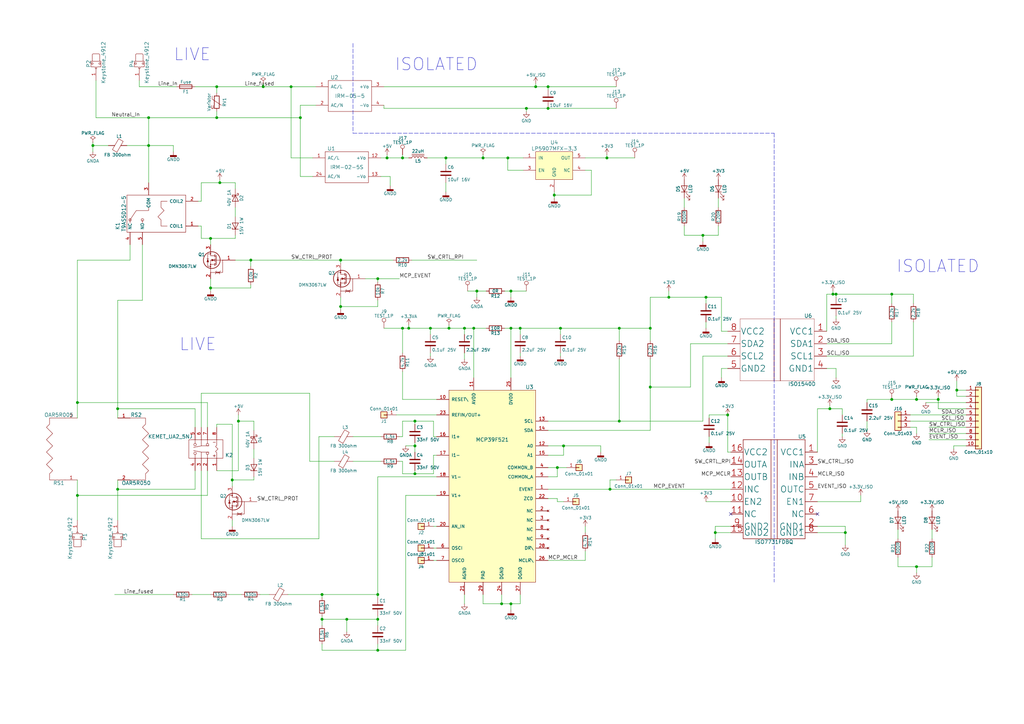
<source format=kicad_sch>
(kicad_sch (version 20201015) (generator eeschema)
  (page 1 1)
  (paper "A3")
  (title_block (title "Power Monitor") (rev "1") (company "Nightmechnic"))
  (junction (at 31.75 165.1) (diameter 1.016))
  (junction (at 31.75 203.2) (diameter 1.016))
  (junction (at 38.1 59.69) (diameter 1.016))
  (junction (at 48.26 167.64) (diameter 1.016))
  (junction (at 48.26 200.66) (diameter 1.016))
  (junction (at 60.96 48.26) (diameter 1.016))
  (junction (at 60.96 59.69) (diameter 1.016))
  (junction (at 86.36 97.79) (diameter 1.016))
  (junction (at 86.36 118.11) (diameter 1.016))
  (junction (at 88.9 35.56) (diameter 1.016))
  (junction (at 88.9 48.26) (diameter 1.016))
  (junction (at 90.17 74.93) (diameter 1.016))
  (junction (at 95.25 196.85) (diameter 1.016))
  (junction (at 97.79 172.72) (diameter 1.016))
  (junction (at 102.87 106.68) (diameter 1.016))
  (junction (at 107.95 35.56) (diameter 1.016))
  (junction (at 119.38 35.56) (diameter 1.016))
  (junction (at 123.19 48.26) (diameter 1.016))
  (junction (at 132.08 243.84) (diameter 1.016))
  (junction (at 132.08 254) (diameter 1.016))
  (junction (at 139.7 106.68) (diameter 1.016))
  (junction (at 139.7 125.73) (diameter 1.016))
  (junction (at 142.24 254) (diameter 1.016))
  (junction (at 154.94 114.3) (diameter 1.016))
  (junction (at 154.94 243.84) (diameter 1.016))
  (junction (at 154.94 254) (diameter 1.016))
  (junction (at 154.94 266.7) (diameter 1.016))
  (junction (at 158.75 64.77) (diameter 1.016))
  (junction (at 165.1 64.77) (diameter 1.016))
  (junction (at 165.1 134.62) (diameter 1.016))
  (junction (at 167.64 134.62) (diameter 1.016))
  (junction (at 170.18 172.72) (diameter 1.016))
  (junction (at 170.18 182.88) (diameter 1.016))
  (junction (at 170.18 194.31) (diameter 1.016))
  (junction (at 176.53 134.62) (diameter 1.016))
  (junction (at 182.88 64.77) (diameter 1.016))
  (junction (at 184.15 134.62) (diameter 1.016))
  (junction (at 190.5 134.62) (diameter 1.016))
  (junction (at 194.31 134.62) (diameter 1.016))
  (junction (at 195.58 119.38) (diameter 1.016))
  (junction (at 198.12 64.77) (diameter 1.016))
  (junction (at 205.74 247.65) (diameter 1.016))
  (junction (at 208.28 64.77) (diameter 1.016))
  (junction (at 209.55 119.38) (diameter 1.016))
  (junction (at 209.55 134.62) (diameter 1.016))
  (junction (at 209.55 247.65) (diameter 1.016))
  (junction (at 213.36 134.62) (diameter 1.016))
  (junction (at 215.9 44.45) (diameter 1.016))
  (junction (at 219.71 35.56) (diameter 1.016))
  (junction (at 224.79 35.56) (diameter 1.016))
  (junction (at 224.79 44.45) (diameter 1.016))
  (junction (at 227.33 80.01) (diameter 1.016))
  (junction (at 228.6 191.77) (diameter 1.016))
  (junction (at 229.87 134.62) (diameter 1.016))
  (junction (at 231.14 182.88) (diameter 1.016))
  (junction (at 248.92 64.77) (diameter 1.016))
  (junction (at 250.19 200.66) (diameter 1.016))
  (junction (at 254 134.62) (diameter 1.016))
  (junction (at 254 172.72) (diameter 1.016))
  (junction (at 266.7 134.62) (diameter 1.016))
  (junction (at 266.7 158.75) (diameter 1.016))
  (junction (at 274.32 121.92) (diameter 1.016))
  (junction (at 288.29 96.52) (diameter 1.016))
  (junction (at 289.56 121.92) (diameter 1.016))
  (junction (at 293.37 218.44) (diameter 1.016))
  (junction (at 298.45 170.18) (diameter 1.016))
  (junction (at 340.36 167.64) (diameter 1.016))
  (junction (at 341.63 120.65) (diameter 1.016))
  (junction (at 342.9 120.65) (diameter 1.016))
  (junction (at 346.71 218.44) (diameter 1.016))
  (junction (at 365.76 120.65) (diameter 1.016))
  (junction (at 365.76 163.83) (diameter 1.016))
  (junction (at 375.92 163.83) (diameter 1.016))
  (junction (at 375.92 232.41) (diameter 1.016))
  (junction (at 384.81 163.83) (diameter 1.016))
  (junction (at 392.43 160.02) (diameter 1.016))
  (no_connect (at 299.72 210.82))
  (no_connect (at 335.28 210.82))
  (wire (pts (xy 31.75 106.68) (xy 31.75 165.1)))
  (wire (pts (xy 31.75 165.1) (xy 31.75 171.45)))
  (wire (pts (xy 31.75 165.1) (xy 85.09 165.1)))
  (wire (pts (xy 31.75 196.85) (xy 31.75 203.2)))
  (wire (pts (xy 31.75 203.2) (xy 31.75 213.36)))
  (wire (pts (xy 38.1 58.42) (xy 38.1 59.69)))
  (wire (pts (xy 38.1 59.69) (xy 38.1 62.23)))
  (wire (pts (xy 39.37 48.26) (xy 39.37 33.02)))
  (wire (pts (xy 39.37 48.26) (xy 60.96 48.26)))
  (wire (pts (xy 44.45 59.69) (xy 38.1 59.69)))
  (wire (pts (xy 48.26 123.19) (xy 48.26 167.64)))
  (wire (pts (xy 48.26 167.64) (xy 48.26 171.45)))
  (wire (pts (xy 48.26 167.64) (xy 80.01 167.64)))
  (wire (pts (xy 48.26 196.85) (xy 48.26 200.66)))
  (wire (pts (xy 48.26 200.66) (xy 48.26 213.36)))
  (wire (pts (xy 52.07 59.69) (xy 60.96 59.69)))
  (wire (pts (xy 53.34 100.33) (xy 53.34 106.68)))
  (wire (pts (xy 53.34 106.68) (xy 31.75 106.68)))
  (wire (pts (xy 57.15 33.02) (xy 57.15 35.56)))
  (wire (pts (xy 57.15 35.56) (xy 72.39 35.56)))
  (wire (pts (xy 58.42 100.33) (xy 58.42 123.19)))
  (wire (pts (xy 58.42 123.19) (xy 48.26 123.19)))
  (wire (pts (xy 60.96 48.26) (xy 60.96 59.69)))
  (wire (pts (xy 60.96 48.26) (xy 88.9 48.26)))
  (wire (pts (xy 60.96 59.69) (xy 60.96 74.93)))
  (wire (pts (xy 60.96 59.69) (xy 71.12 59.69)))
  (wire (pts (xy 71.12 59.69) (xy 71.12 62.23)))
  (wire (pts (xy 71.12 243.84) (xy 46.99 243.84)))
  (wire (pts (xy 78.74 243.84) (xy 86.36 243.84)))
  (wire (pts (xy 80.01 35.56) (xy 88.9 35.56)))
  (wire (pts (xy 80.01 167.64) (xy 80.01 175.26)))
  (wire (pts (xy 80.01 193.04) (xy 80.01 200.66)))
  (wire (pts (xy 80.01 200.66) (xy 48.26 200.66)))
  (wire (pts (xy 81.28 82.55) (xy 82.55 82.55)))
  (wire (pts (xy 82.55 74.93) (xy 90.17 74.93)))
  (wire (pts (xy 82.55 82.55) (xy 82.55 74.93)))
  (wire (pts (xy 82.55 92.71) (xy 81.28 92.71)))
  (wire (pts (xy 82.55 97.79) (xy 82.55 92.71)))
  (wire (pts (xy 82.55 97.79) (xy 86.36 97.79)))
  (wire (pts (xy 82.55 161.29) (xy 127 161.29)))
  (wire (pts (xy 82.55 175.26) (xy 82.55 161.29)))
  (wire (pts (xy 82.55 220.98) (xy 82.55 193.04)))
  (wire (pts (xy 85.09 165.1) (xy 85.09 175.26)))
  (wire (pts (xy 85.09 193.04) (xy 85.09 203.2)))
  (wire (pts (xy 85.09 203.2) (xy 31.75 203.2)))
  (wire (pts (xy 86.36 97.79) (xy 96.52 97.79)))
  (wire (pts (xy 86.36 100.33) (xy 86.36 97.79)))
  (wire (pts (xy 86.36 114.3) (xy 86.36 118.11)))
  (wire (pts (xy 86.36 118.11) (xy 86.36 119.38)))
  (wire (pts (xy 88.9 35.56) (xy 88.9 38.1)))
  (wire (pts (xy 88.9 35.56) (xy 107.95 35.56)))
  (wire (pts (xy 88.9 48.26) (xy 88.9 45.72)))
  (wire (pts (xy 88.9 48.26) (xy 123.19 48.26)))
  (wire (pts (xy 88.9 173.99) (xy 95.25 173.99)))
  (wire (pts (xy 88.9 175.26) (xy 88.9 173.99)))
  (wire (pts (xy 90.17 73.66) (xy 90.17 74.93)))
  (wire (pts (xy 90.17 74.93) (xy 96.52 74.93)))
  (wire (pts (xy 93.98 243.84) (xy 99.06 243.84)))
  (wire (pts (xy 95.25 173.99) (xy 95.25 196.85)))
  (wire (pts (xy 95.25 196.85) (xy 95.25 199.39)))
  (wire (pts (xy 95.25 196.85) (xy 104.14 196.85)))
  (wire (pts (xy 95.25 213.36) (xy 95.25 215.9)))
  (wire (pts (xy 96.52 74.93) (xy 96.52 77.47)))
  (wire (pts (xy 96.52 85.09) (xy 96.52 88.9)))
  (wire (pts (xy 96.52 97.79) (xy 96.52 96.52)))
  (wire (pts (xy 96.52 106.68) (xy 102.87 106.68)))
  (wire (pts (xy 97.79 170.18) (xy 97.79 172.72)))
  (wire (pts (xy 97.79 172.72) (xy 97.79 193.04)))
  (wire (pts (xy 97.79 172.72) (xy 104.14 172.72)))
  (wire (pts (xy 97.79 193.04) (xy 88.9 193.04)))
  (wire (pts (xy 102.87 106.68) (xy 102.87 109.22)))
  (wire (pts (xy 102.87 106.68) (xy 139.7 106.68)))
  (wire (pts (xy 102.87 116.84) (xy 102.87 118.11)))
  (wire (pts (xy 102.87 118.11) (xy 86.36 118.11)))
  (wire (pts (xy 104.14 172.72) (xy 104.14 176.53)))
  (wire (pts (xy 104.14 184.15) (xy 104.14 187.96)))
  (wire (pts (xy 104.14 196.85) (xy 104.14 195.58)))
  (wire (pts (xy 106.68 243.84) (xy 110.49 243.84)))
  (wire (pts (xy 107.95 34.29) (xy 107.95 35.56)))
  (wire (pts (xy 107.95 35.56) (xy 119.38 35.56)))
  (wire (pts (xy 118.11 243.84) (xy 132.08 243.84)))
  (wire (pts (xy 119.38 35.56) (xy 129.54 35.56)))
  (wire (pts (xy 119.38 64.77) (xy 119.38 35.56)))
  (wire (pts (xy 123.19 43.18) (xy 123.19 48.26)))
  (wire (pts (xy 123.19 43.18) (xy 129.54 43.18)))
  (wire (pts (xy 123.19 48.26) (xy 123.19 72.39)))
  (wire (pts (xy 123.19 72.39) (xy 128.27 72.39)))
  (wire (pts (xy 127 161.29) (xy 127 189.23)))
  (wire (pts (xy 127 189.23) (xy 137.16 189.23)))
  (wire (pts (xy 128.27 64.77) (xy 119.38 64.77)))
  (wire (pts (xy 130.81 179.07) (xy 130.81 220.98)))
  (wire (pts (xy 130.81 220.98) (xy 82.55 220.98)))
  (wire (pts (xy 132.08 243.84) (xy 132.08 245.11)))
  (wire (pts (xy 132.08 243.84) (xy 154.94 243.84)))
  (wire (pts (xy 132.08 252.73) (xy 132.08 254)))
  (wire (pts (xy 132.08 254) (xy 132.08 256.54)))
  (wire (pts (xy 132.08 254) (xy 142.24 254)))
  (wire (pts (xy 132.08 264.16) (xy 132.08 266.7)))
  (wire (pts (xy 132.08 266.7) (xy 154.94 266.7)))
  (wire (pts (xy 137.16 179.07) (xy 130.81 179.07)))
  (wire (pts (xy 139.7 106.68) (xy 139.7 107.95)))
  (wire (pts (xy 139.7 106.68) (xy 161.29 106.68)))
  (wire (pts (xy 139.7 121.92) (xy 139.7 125.73)))
  (wire (pts (xy 139.7 125.73) (xy 139.7 127)))
  (wire (pts (xy 139.7 125.73) (xy 154.94 125.73)))
  (wire (pts (xy 142.24 254) (xy 142.24 259.08)))
  (wire (pts (xy 142.24 254) (xy 154.94 254)))
  (wire (pts (xy 144.78 179.07) (xy 156.21 179.07)))
  (wire (pts (xy 144.78 189.23) (xy 156.21 189.23)))
  (wire (pts (xy 149.86 114.3) (xy 154.94 114.3)))
  (wire (pts (xy 154.94 114.3) (xy 154.94 115.57)))
  (wire (pts (xy 154.94 114.3) (xy 163.83 114.3)))
  (wire (pts (xy 154.94 125.73) (xy 154.94 123.19)))
  (wire (pts (xy 154.94 195.58) (xy 154.94 243.84)))
  (wire (pts (xy 154.94 243.84) (xy 154.94 245.11)))
  (wire (pts (xy 154.94 252.73) (xy 154.94 254)))
  (wire (pts (xy 154.94 254) (xy 154.94 256.54)))
  (wire (pts (xy 154.94 266.7) (xy 154.94 264.16)))
  (wire (pts (xy 154.94 266.7) (xy 166.37 266.7)))
  (wire (pts (xy 156.21 64.77) (xy 158.75 64.77)))
  (wire (pts (xy 156.21 72.39) (xy 160.02 72.39)))
  (wire (pts (xy 157.48 35.56) (xy 219.71 35.56)))
  (wire (pts (xy 157.48 44.45) (xy 157.48 43.18)))
  (wire (pts (xy 157.48 44.45) (xy 215.9 44.45)))
  (wire (pts (xy 157.48 134.62) (xy 165.1 134.62)))
  (wire (pts (xy 158.75 64.77) (xy 158.75 63.5)))
  (wire (pts (xy 158.75 64.77) (xy 165.1 64.77)))
  (wire (pts (xy 160.02 72.39) (xy 160.02 76.2)))
  (wire (pts (xy 162.56 170.18) (xy 179.07 170.18)))
  (wire (pts (xy 163.83 179.07) (xy 165.1 179.07)))
  (wire (pts (xy 165.1 63.5) (xy 165.1 64.77)))
  (wire (pts (xy 165.1 64.77) (xy 167.64 64.77)))
  (wire (pts (xy 165.1 134.62) (xy 167.64 134.62)))
  (wire (pts (xy 165.1 144.78) (xy 165.1 134.62)))
  (wire (pts (xy 165.1 152.4) (xy 165.1 163.83)))
  (wire (pts (xy 165.1 163.83) (xy 179.07 163.83)))
  (wire (pts (xy 165.1 172.72) (xy 170.18 172.72)))
  (wire (pts (xy 165.1 179.07) (xy 165.1 172.72)))
  (wire (pts (xy 165.1 189.23) (xy 163.83 189.23)))
  (wire (pts (xy 165.1 194.31) (xy 165.1 189.23)))
  (wire (pts (xy 166.37 182.88) (xy 170.18 182.88)))
  (wire (pts (xy 166.37 203.2) (xy 179.07 203.2)))
  (wire (pts (xy 166.37 266.7) (xy 166.37 203.2)))
  (wire (pts (xy 167.64 133.35) (xy 167.64 134.62)))
  (wire (pts (xy 167.64 134.62) (xy 176.53 134.62)))
  (wire (pts (xy 168.91 106.68) (xy 195.58 106.68)))
  (wire (pts (xy 170.18 172.72) (xy 177.8 172.72)))
  (wire (pts (xy 170.18 173.99) (xy 170.18 172.72)))
  (wire (pts (xy 170.18 181.61) (xy 170.18 182.88)))
  (wire (pts (xy 170.18 182.88) (xy 170.18 185.42)))
  (wire (pts (xy 170.18 193.04) (xy 170.18 194.31)))
  (wire (pts (xy 170.18 194.31) (xy 165.1 194.31)))
  (wire (pts (xy 175.26 64.77) (xy 182.88 64.77)))
  (wire (pts (xy 176.53 134.62) (xy 176.53 137.16)))
  (wire (pts (xy 176.53 134.62) (xy 184.15 134.62)))
  (wire (pts (xy 176.53 144.78) (xy 176.53 146.05)))
  (wire (pts (xy 177.8 172.72) (xy 177.8 179.07)))
  (wire (pts (xy 177.8 179.07) (xy 179.07 179.07)))
  (wire (pts (xy 177.8 186.69) (xy 177.8 194.31)))
  (wire (pts (xy 177.8 194.31) (xy 170.18 194.31)))
  (wire (pts (xy 179.07 186.69) (xy 177.8 186.69)))
  (wire (pts (xy 179.07 195.58) (xy 154.94 195.58)))
  (wire (pts (xy 179.07 215.9) (xy 177.8 215.9)))
  (wire (pts (xy 179.07 224.79) (xy 177.8 224.79)))
  (wire (pts (xy 179.07 229.87) (xy 177.8 229.87)))
  (wire (pts (xy 182.88 64.77) (xy 198.12 64.77)))
  (wire (pts (xy 182.88 67.31) (xy 182.88 64.77)))
  (wire (pts (xy 182.88 74.93) (xy 182.88 78.74)))
  (wire (pts (xy 184.15 133.35) (xy 184.15 134.62)))
  (wire (pts (xy 184.15 134.62) (xy 190.5 134.62)))
  (wire (pts (xy 190.5 134.62) (xy 194.31 134.62)))
  (wire (pts (xy 190.5 137.16) (xy 190.5 134.62)))
  (wire (pts (xy 190.5 144.78) (xy 190.5 147.32)))
  (wire (pts (xy 190.5 243.84) (xy 190.5 247.65)))
  (wire (pts (xy 191.77 119.38) (xy 195.58 119.38)))
  (wire (pts (xy 194.31 134.62) (xy 199.39 134.62)))
  (wire (pts (xy 194.31 154.94) (xy 194.31 134.62)))
  (wire (pts (xy 195.58 119.38) (xy 195.58 121.92)))
  (wire (pts (xy 195.58 119.38) (xy 199.39 119.38)))
  (wire (pts (xy 198.12 63.5) (xy 198.12 64.77)))
  (wire (pts (xy 198.12 64.77) (xy 208.28 64.77)))
  (wire (pts (xy 198.12 243.84) (xy 198.12 247.65)))
  (wire (pts (xy 198.12 247.65) (xy 205.74 247.65)))
  (wire (pts (xy 205.74 243.84) (xy 205.74 247.65)))
  (wire (pts (xy 205.74 247.65) (xy 209.55 247.65)))
  (wire (pts (xy 207.01 119.38) (xy 209.55 119.38)))
  (wire (pts (xy 207.01 134.62) (xy 209.55 134.62)))
  (wire (pts (xy 208.28 64.77) (xy 214.63 64.77)))
  (wire (pts (xy 208.28 69.85) (xy 208.28 64.77)))
  (wire (pts (xy 209.55 119.38) (xy 209.55 121.92)))
  (wire (pts (xy 209.55 119.38) (xy 215.9 119.38)))
  (wire (pts (xy 209.55 134.62) (xy 213.36 134.62)))
  (wire (pts (xy 209.55 154.94) (xy 209.55 134.62)))
  (wire (pts (xy 209.55 247.65) (xy 209.55 250.19)))
  (wire (pts (xy 209.55 247.65) (xy 213.36 247.65)))
  (wire (pts (xy 213.36 134.62) (xy 229.87 134.62)))
  (wire (pts (xy 213.36 137.16) (xy 213.36 134.62)))
  (wire (pts (xy 213.36 144.78) (xy 213.36 146.05)))
  (wire (pts (xy 213.36 247.65) (xy 213.36 243.84)))
  (wire (pts (xy 214.63 69.85) (xy 208.28 69.85)))
  (wire (pts (xy 215.9 44.45) (xy 224.79 44.45)))
  (wire (pts (xy 215.9 45.72) (xy 215.9 44.45)))
  (wire (pts (xy 219.71 34.29) (xy 219.71 35.56)))
  (wire (pts (xy 219.71 35.56) (xy 224.79 35.56)))
  (wire (pts (xy 224.79 35.56) (xy 224.79 36.83)))
  (wire (pts (xy 224.79 35.56) (xy 252.73 35.56)))
  (wire (pts (xy 224.79 44.45) (xy 252.73 44.45)))
  (wire (pts (xy 224.79 172.72) (xy 254 172.72)))
  (wire (pts (xy 224.79 182.88) (xy 231.14 182.88)))
  (wire (pts (xy 224.79 186.69) (xy 231.14 186.69)))
  (wire (pts (xy 224.79 191.77) (xy 228.6 191.77)))
  (wire (pts (xy 224.79 195.58) (xy 228.6 195.58)))
  (wire (pts (xy 224.79 200.66) (xy 250.19 200.66)))
  (wire (pts (xy 224.79 229.87) (xy 240.03 229.87)))
  (wire (pts (xy 227.33 78.74) (xy 227.33 80.01)))
  (wire (pts (xy 227.33 80.01) (xy 227.33 81.28)))
  (wire (pts (xy 228.6 191.77) (xy 232.41 191.77)))
  (wire (pts (xy 228.6 195.58) (xy 228.6 191.77)))
  (wire (pts (xy 228.6 204.47) (xy 224.79 204.47)))
  (wire (pts (xy 228.6 205.74) (xy 228.6 204.47)))
  (wire (pts (xy 229.87 134.62) (xy 254 134.62)))
  (wire (pts (xy 229.87 137.16) (xy 229.87 134.62)))
  (wire (pts (xy 229.87 144.78) (xy 229.87 146.05)))
  (wire (pts (xy 231.14 182.88) (xy 246.38 182.88)))
  (wire (pts (xy 231.14 186.69) (xy 231.14 182.88)))
  (wire (pts (xy 231.14 205.74) (xy 228.6 205.74)))
  (wire (pts (xy 240.03 64.77) (xy 248.92 64.77)))
  (wire (pts (xy 240.03 69.85) (xy 242.57 69.85)))
  (wire (pts (xy 240.03 218.44) (xy 240.03 215.9)))
  (wire (pts (xy 240.03 229.87) (xy 240.03 226.06)))
  (wire (pts (xy 242.57 69.85) (xy 242.57 80.01)))
  (wire (pts (xy 242.57 80.01) (xy 227.33 80.01)))
  (wire (pts (xy 246.38 182.88) (xy 246.38 185.42)))
  (wire (pts (xy 248.92 64.77) (xy 248.92 63.5)))
  (wire (pts (xy 248.92 64.77) (xy 260.35 64.77)))
  (wire (pts (xy 250.19 196.85) (xy 250.19 200.66)))
  (wire (pts (xy 250.19 200.66) (xy 299.72 200.66)))
  (wire (pts (xy 252.73 196.85) (xy 250.19 196.85)))
  (wire (pts (xy 254 134.62) (xy 266.7 134.62)))
  (wire (pts (xy 254 139.7) (xy 254 134.62)))
  (wire (pts (xy 254 172.72) (xy 254 147.32)))
  (wire (pts (xy 254 172.72) (xy 288.29 172.72)))
  (wire (pts (xy 266.7 121.92) (xy 266.7 134.62)))
  (wire (pts (xy 266.7 134.62) (xy 266.7 139.7)))
  (wire (pts (xy 266.7 147.32) (xy 266.7 158.75)))
  (wire (pts (xy 266.7 158.75) (xy 266.7 176.53)))
  (wire (pts (xy 266.7 176.53) (xy 224.79 176.53)))
  (wire (pts (xy 274.32 119.38) (xy 274.32 121.92)))
  (wire (pts (xy 274.32 121.92) (xy 266.7 121.92)))
  (wire (pts (xy 280.67 81.28) (xy 280.67 85.09)))
  (wire (pts (xy 280.67 92.71) (xy 280.67 96.52)))
  (wire (pts (xy 280.67 96.52) (xy 288.29 96.52)))
  (wire (pts (xy 283.21 140.97) (xy 283.21 158.75)))
  (wire (pts (xy 283.21 158.75) (xy 266.7 158.75)))
  (wire (pts (xy 288.29 96.52) (xy 294.64 96.52)))
  (wire (pts (xy 288.29 99.06) (xy 288.29 96.52)))
  (wire (pts (xy 288.29 146.05) (xy 288.29 172.72)))
  (wire (pts (xy 289.56 121.92) (xy 274.32 121.92)))
  (wire (pts (xy 289.56 124.46) (xy 289.56 121.92)))
  (wire (pts (xy 289.56 132.08) (xy 289.56 134.62)))
  (wire (pts (xy 290.83 170.18) (xy 290.83 171.45)))
  (wire (pts (xy 290.83 179.07) (xy 290.83 181.61)))
  (wire (pts (xy 293.37 215.9) (xy 293.37 218.44)))
  (wire (pts (xy 293.37 218.44) (xy 293.37 220.98)))
  (wire (pts (xy 294.64 81.28) (xy 294.64 85.09)))
  (wire (pts (xy 294.64 96.52) (xy 294.64 92.71)))
  (wire (pts (xy 295.91 121.92) (xy 289.56 121.92)))
  (wire (pts (xy 295.91 135.89) (xy 295.91 121.92)))
  (wire (pts (xy 295.91 151.13) (xy 295.91 154.94)))
  (wire (pts (xy 298.45 135.89) (xy 295.91 135.89)))
  (wire (pts (xy 298.45 140.97) (xy 283.21 140.97)))
  (wire (pts (xy 298.45 146.05) (xy 288.29 146.05)))
  (wire (pts (xy 298.45 151.13) (xy 295.91 151.13)))
  (wire (pts (xy 298.45 170.18) (xy 290.83 170.18)))
  (wire (pts (xy 298.45 185.42) (xy 298.45 170.18)))
  (wire (pts (xy 298.45 185.42) (xy 299.72 185.42)))
  (wire (pts (xy 299.72 205.74) (xy 289.56 205.74)))
  (wire (pts (xy 299.72 215.9) (xy 293.37 215.9)))
  (wire (pts (xy 299.72 218.44) (xy 293.37 218.44)))
  (wire (pts (xy 335.28 167.64) (xy 340.36 167.64)))
  (wire (pts (xy 335.28 185.42) (xy 335.28 167.64)))
  (wire (pts (xy 335.28 205.74) (xy 353.06 205.74)))
  (wire (pts (xy 335.28 215.9) (xy 346.71 215.9)))
  (wire (pts (xy 335.28 218.44) (xy 346.71 218.44)))
  (wire (pts (xy 339.09 120.65) (xy 341.63 120.65)))
  (wire (pts (xy 339.09 135.89) (xy 339.09 120.65)))
  (wire (pts (xy 339.09 140.97) (xy 365.76 140.97)))
  (wire (pts (xy 339.09 151.13) (xy 342.9 151.13)))
  (wire (pts (xy 340.36 166.37) (xy 340.36 167.64)))
  (wire (pts (xy 340.36 167.64) (xy 345.44 167.64)))
  (wire (pts (xy 341.63 119.38) (xy 341.63 120.65)))
  (wire (pts (xy 341.63 120.65) (xy 342.9 120.65)))
  (wire (pts (xy 342.9 120.65) (xy 342.9 121.92)))
  (wire (pts (xy 342.9 120.65) (xy 365.76 120.65)))
  (wire (pts (xy 342.9 129.54) (xy 342.9 130.81)))
  (wire (pts (xy 342.9 151.13) (xy 342.9 154.94)))
  (wire (pts (xy 345.44 167.64) (xy 345.44 170.18)))
  (wire (pts (xy 345.44 179.07) (xy 345.44 177.8)))
  (wire (pts (xy 346.71 215.9) (xy 346.71 218.44)))
  (wire (pts (xy 346.71 218.44) (xy 346.71 223.52)))
  (wire (pts (xy 353.06 205.74) (xy 353.06 203.2)))
  (wire (pts (xy 355.6 163.83) (xy 355.6 165.1)))
  (wire (pts (xy 355.6 163.83) (xy 365.76 163.83)))
  (wire (pts (xy 355.6 172.72) (xy 355.6 176.53)))
  (wire (pts (xy 365.76 120.65) (xy 374.65 120.65)))
  (wire (pts (xy 365.76 124.46) (xy 365.76 120.65)))
  (wire (pts (xy 365.76 140.97) (xy 365.76 132.08)))
  (wire (pts (xy 365.76 163.83) (xy 375.92 163.83)))
  (wire (pts (xy 368.3 217.17) (xy 368.3 220.98)))
  (wire (pts (xy 368.3 228.6) (xy 368.3 232.41)))
  (wire (pts (xy 368.3 232.41) (xy 375.92 232.41)))
  (wire (pts (xy 373.38 170.18) (xy 396.24 170.18)))
  (wire (pts (xy 373.38 172.72) (xy 396.24 172.72)))
  (wire (pts (xy 373.38 175.26) (xy 375.92 175.26)))
  (wire (pts (xy 374.65 120.65) (xy 374.65 124.46)))
  (wire (pts (xy 374.65 132.08) (xy 374.65 146.05)))
  (wire (pts (xy 374.65 146.05) (xy 339.09 146.05)))
  (wire (pts (xy 375.92 163.83) (xy 375.92 162.56)))
  (wire (pts (xy 375.92 163.83) (xy 384.81 163.83)))
  (wire (pts (xy 375.92 175.26) (xy 375.92 177.8)))
  (wire (pts (xy 375.92 232.41) (xy 382.27 232.41)))
  (wire (pts (xy 375.92 234.95) (xy 375.92 232.41)))
  (wire (pts (xy 381 175.26) (xy 396.24 175.26)))
  (wire (pts (xy 381 177.8) (xy 396.24 177.8)))
  (wire (pts (xy 381 180.34) (xy 396.24 180.34)))
  (wire (pts (xy 382.27 217.17) (xy 382.27 220.98)))
  (wire (pts (xy 382.27 232.41) (xy 382.27 228.6)))
  (wire (pts (xy 384.81 162.56) (xy 384.81 163.83)))
  (wire (pts (xy 384.81 163.83) (xy 384.81 167.64)))
  (wire (pts (xy 384.81 167.64) (xy 396.24 167.64)))
  (wire (pts (xy 391.16 182.88) (xy 391.16 184.15)))
  (wire (pts (xy 392.43 156.21) (xy 392.43 160.02)))
  (wire (pts (xy 392.43 160.02) (xy 392.43 162.56)))
  (wire (pts (xy 392.43 162.56) (xy 396.24 162.56)))
  (wire (pts (xy 396.24 160.02) (xy 392.43 160.02)))
  (wire (pts (xy 396.24 165.1) (xy 379.73 165.1)))
  (wire (pts (xy 396.24 182.88) (xy 391.16 182.88)))
  (polyline (pts (xy 144.78 17.78) (xy 144.78 54.61)) (stroke (width 0) (type dash)))
  (polyline (pts (xy 144.78 54.61) (xy 317.5 54.61)) (stroke (width 0) (type dash)))
  (polyline (pts (xy 317.5 54.61) (xy 317.5 238.76)) (stroke (width 0) (type dash)))
  (text "LIVE\n" (at 71.12 25.4 0) (effects (font (size 5.0038 5.0038)) (justify left bottom)))
  (text "LIVE" (at 73.406 144.272 0) (effects (font (size 5.0038 5.0038)) (justify left bottom)))
  (text "ISOLATED\n" (at 161.798 29.464 0) (effects (font (size 5.0038 5.0038)) (justify left bottom)))
  (text "ISOLATED\n" (at 367.538 112.268 0) (effects (font (size 5.0038 5.0038)) (justify left bottom)))
  (label "Neutral_In" (at 45.72 48.26 0) (effects (font (size 1.524 1.524))))
  (label "Line_fused" (at 50.8 243.84 0) (effects (font (size 1.524 1.524))))
  (label "Line_In" (at 64.77 35.56 0) (effects (font (size 1.524 1.524))))
  (label "Line_fused" (at 100.33 35.56 0) (effects (font (size 1.524 1.524))))
  (label "SW_CTRL_PROT" (at 105.41 205.74 0) (effects (font (size 1.524 1.524))))
  (label "SW_CTRL_PROT" (at 119.38 106.68 0) (effects (font (size 1.524 1.524))))
  (label "MCP_EVENT" (at 163.83 114.3 0) (effects (font (size 1.524 1.524))))
  (label "SW_CRTL_RPI" (at 175.26 106.68 0) (effects (font (size 1.524 1.524))))
  (label "MCP_MCLR" (at 224.79 229.87 0) (effects (font (size 1.524 1.524))))
  (label "MCP_EVENT" (at 267.97 200.66 0) (effects (font (size 1.524 1.524))))
  (label "SW_CRTL_RPI" (at 299.72 190.5 180) (effects (font (size 1.524 1.524))))
  (label "MCP_MCLR" (at 299.72 195.58 180) (effects (font (size 1.524 1.524))))
  (label "SW_CTRL_ISO" (at 335.28 190.5 0) (effects (font (size 1.524 1.524))))
  (label "MCLR_ISO" (at 335.28 195.58 0) (effects (font (size 1.524 1.524))))
  (label "EVENT_ISO" (at 335.28 200.66 0) (effects (font (size 1.524 1.524))))
  (label "SDA_ISO" (at 339.09 140.97 0) (effects (font (size 1.524 1.524))))
  (label "SCL_ISO" (at 339.09 146.05 0) (effects (font (size 1.524 1.524))))
  (label "SW_CTRL_ISO" (at 381 175.26 0) (effects (font (size 1.524 1.524))))
  (label "MCLR_ISO" (at 381 177.8 0) (effects (font (size 1.524 1.524))))
  (label "EVENT_ISO" (at 381 180.34 0) (effects (font (size 1.524 1.524))))
  (label "SDA_ISO" (at 386.08 170.18 0) (effects (font (size 1.524 1.524))))
  (label "SCL_ISO" (at 386.08 172.72 0) (effects (font (size 1.524 1.524))))
  (symbol (lib_id "power:PWR_FLAG") (at 38.1 58.42 0) (unit 1)
    (property "Reference" "#FLG049" (effects hide))
    (property "Value" "PWR_FLAG" (at 38.1 54.61 0))
  )
  (symbol (lib_id "power:PWR_FLAG") (at 107.95 34.29 0) (unit 1)
    (property "Reference" "#FLG048" (effects hide))
    (property "Value" "PWR_FLAG" (at 107.95 30.48 0))
  )
  (symbol (lib_id "power:PWR_FLAG") (at 184.15 133.35 0) (unit 1)
    (property "Reference" "#FLG047" (effects hide))
    (property "Value" "PWR_FLAG" (at 184.15 129.54 0))
  )
  (symbol (lib_id "power:PWR_FLAG") (at 198.12 63.5 0) (unit 1)
    (property "Reference" "#FLG045" (effects hide))
    (property "Value" "PWR_FLAG" (at 198.12 59.69 0))
  )
  (symbol (lib_id "power:PWR_FLAG") (at 375.92 162.56 0) (unit 1)
    (property "Reference" "#FLG043" (effects hide))
    (property "Value" "PWR_FLAG" (at 375.92 158.75 0))
  )
  (symbol (lib_id "PowerMonitor-rescue:TEST_1P") (at 157.48 134.62 0) (unit 1)
    (property "Reference" "J9" (at 157.48 127.762 0))
    (property "Value" "TEST_1P" (at 157.48 129.54 0))
    (property "Footprint" "nightmechanic_pcb:Keystone_50XX_TP" (effects hide))
  )
  (symbol (lib_id "PowerMonitor-rescue:TEST_1P") (at 165.1 63.5 0) (unit 1)
    (property "Reference" "J17" (at 165.1 56.642 0))
    (property "Value" "TEST_1P" (at 165.1 58.42 0))
    (property "Footprint" "nightmechanic_pcb:Keystone_50XX_TP" (effects hide))
  )
  (symbol (lib_id "PowerMonitor-rescue:TEST_1P") (at 191.77 119.38 0) (unit 1)
    (property "Reference" "J10" (at 191.77 112.522 0))
    (property "Value" "TEST_1P" (at 191.77 114.3 0))
    (property "Footprint" "nightmechanic_pcb:Keystone_50XX_TP" (effects hide))
  )
  (symbol (lib_id "PowerMonitor-rescue:TEST_1P") (at 215.9 119.38 0) (unit 1)
    (property "Reference" "J11" (at 215.9 112.522 0))
    (property "Value" "TEST_1P" (at 215.9 114.3 0))
    (property "Footprint" "nightmechanic_pcb:Keystone_50XX_TP" (effects hide))
  )
  (symbol (lib_id "PowerMonitor-rescue:TEST_1P") (at 252.73 35.56 0) (unit 1)
    (property "Reference" "J12" (at 252.73 28.702 0))
    (property "Value" "TEST_1P" (at 252.73 30.48 0))
    (property "Footprint" "nightmechanic_pcb:Keystone_50XX_TP" (effects hide))
  )
  (symbol (lib_id "PowerMonitor-rescue:TEST_1P") (at 252.73 44.45 0) (unit 1)
    (property "Reference" "J13" (at 252.73 37.592 0))
    (property "Value" "TEST_1P" (at 252.73 39.37 0))
    (property "Footprint" "nightmechanic_pcb:Keystone_50XX_TP" (effects hide))
  )
  (symbol (lib_id "PowerMonitor-rescue:TEST_1P") (at 260.35 64.77 0) (unit 1)
    (property "Reference" "J14" (at 260.35 57.912 0))
    (property "Value" "TEST_1P" (at 260.35 59.69 0))
    (property "Footprint" "nightmechanic_pcb:Keystone_50XX_TP" (effects hide))
  )
  (symbol (lib_id "PowerMonitor-rescue:TEST_1P") (at 365.76 163.83 0) (unit 1)
    (property "Reference" "J15" (at 365.76 156.972 0))
    (property "Value" "TEST_1P" (at 365.76 158.75 0))
    (property "Footprint" "nightmechanic_pcb:Keystone_50XX_TP" (effects hide))
  )
  (symbol (lib_id "power:+5V") (at 90.17 73.66 0) (unit 1)
    (property "Reference" "#PWR012" (effects hide))
    (property "Value" "+5V" (at 90.17 70.104 0))
  )
  (symbol (lib_id "power:+5V") (at 97.79 170.18 0) (unit 1)
    (property "Reference" "#PWR013" (effects hide))
    (property "Value" "+5V" (at 97.79 166.624 0))
  )
  (symbol (lib_id "power:+5V") (at 158.75 63.5 0) (unit 1)
    (property "Reference" "#PWR011" (effects hide))
    (property "Value" "+5V" (at 158.75 59.944 0))
  )
  (symbol (lib_id "power:+3.3VA") (at 167.64 133.35 0) (unit 1)
    (property "Reference" "#PWR046" (effects hide))
    (property "Value" "+3.3VA" (at 167.64 129.794 0))
  )
  (symbol (lib_id "PowerMonitor-rescue:+5V_ISO") (at 219.71 34.29 0) (unit 1)
    (property "Reference" "#PWR034" (effects hide))
    (property "Value" "+5V_ISO" (at 219.71 30.734 0))
  )
  (symbol (lib_id "power:+3.3V") (at 240.03 215.9 0) (unit 1)
    (property "Reference" "#PWR025" (effects hide))
    (property "Value" "+3.3V" (at 240.03 212.344 0))
  )
  (symbol (lib_id "power:+3.3V") (at 248.92 63.5 0) (unit 1)
    (property "Reference" "#PWR020" (effects hide))
    (property "Value" "+3.3V" (at 248.92 59.944 0))
  )
  (symbol (lib_id "power:+3.3V") (at 274.32 119.38 0) (unit 1)
    (property "Reference" "#PWR021" (effects hide))
    (property "Value" "+3.3V" (at 274.32 115.824 0))
  )
  (symbol (lib_id "power:+5V") (at 280.67 73.66 0) (unit 1)
    (property "Reference" "#PWR055" (effects hide))
    (property "Value" "+5V" (at 280.67 70.104 0))
  )
  (symbol (lib_id "power:+3.3V") (at 289.56 205.74 0) (unit 1)
    (property "Reference" "#PWR033" (effects hide))
    (property "Value" "+3.3V" (at 289.56 202.184 0))
  )
  (symbol (lib_id "power:+3.3V") (at 294.64 73.66 0) (unit 1)
    (property "Reference" "#PWR054" (effects hide))
    (property "Value" "+3.3V" (at 294.64 70.104 0))
  )
  (symbol (lib_id "power:+3.3V") (at 298.45 170.18 0) (unit 1)
    (property "Reference" "#PWR030" (effects hide))
    (property "Value" "+3.3V" (at 298.45 166.624 0))
  )
  (symbol (lib_id "PowerMonitor-rescue:+3.3V_ISO") (at 340.36 166.37 0) (unit 1)
    (property "Reference" "#PWR041" (effects hide))
    (property "Value" "+3.3V_ISO" (at 340.36 162.814 0))
  )
  (symbol (lib_id "PowerMonitor-rescue:+3.3V_ISO") (at 341.63 119.38 0) (unit 1)
    (property "Reference" "#PWR040" (effects hide))
    (property "Value" "+3.3V_ISO" (at 341.63 115.824 0))
  )
  (symbol (lib_id "PowerMonitor-rescue:+3.3V_ISO") (at 353.06 203.2 0) (unit 1)
    (property "Reference" "#PWR042" (effects hide))
    (property "Value" "+3.3V_ISO" (at 353.06 199.644 0))
  )
  (symbol (lib_id "PowerMonitor-rescue:+5V_ISO") (at 368.3 209.55 0) (unit 1)
    (property "Reference" "#PWR051" (effects hide))
    (property "Value" "+5V_ISO" (at 368.3 205.994 0))
  )
  (symbol (lib_id "PowerMonitor-rescue:+3.3V_ISO") (at 382.27 209.55 0) (unit 1)
    (property "Reference" "#PWR052" (effects hide))
    (property "Value" "+3.3V_ISO" (at 382.27 205.994 0))
  )
  (symbol (lib_id "PowerMonitor-rescue:+3.3V_ISO") (at 384.81 162.56 0) (unit 1)
    (property "Reference" "#PWR037" (effects hide))
    (property "Value" "+3.3V_ISO" (at 384.81 159.004 0))
  )
  (symbol (lib_id "PowerMonitor-rescue:+5V_ISO") (at 392.43 156.21 0) (unit 1)
    (property "Reference" "#PWR035" (effects hide))
    (property "Value" "+5V_ISO" (at 392.43 152.654 0))
  )
  (symbol (lib_id "power:GNDD") (at 71.12 62.23 0) (unit 1)
    (property "Reference" "#PWR015" (effects hide))
    (property "Value" "GNDD" (at 71.12 65.405 0))
  )
  (symbol (lib_id "power:GNDD") (at 86.36 119.38 0) (unit 1)
    (property "Reference" "#PWR09" (effects hide))
    (property "Value" "GNDD" (at 86.36 122.555 0))
  )
  (symbol (lib_id "power:GNDD") (at 95.25 215.9 0) (unit 1)
    (property "Reference" "#PWR014" (effects hide))
    (property "Value" "GNDD" (at 95.25 219.075 0))
  )
  (symbol (lib_id "power:GNDD") (at 139.7 127 0) (unit 1)
    (property "Reference" "#PWR010" (effects hide))
    (property "Value" "GNDD" (at 139.7 130.175 0))
  )
  (symbol (lib_id "power:GNDD") (at 160.02 76.2 0) (unit 1)
    (property "Reference" "#PWR01" (effects hide))
    (property "Value" "GNDD" (at 160.02 79.375 0))
  )
  (symbol (lib_id "power:GNDD") (at 182.88 78.74 0) (unit 1)
    (property "Reference" "#PWR02" (effects hide))
    (property "Value" "GNDD" (at 182.88 81.915 0))
  )
  (symbol (lib_id "power:GNDD") (at 209.55 121.92 0) (unit 1)
    (property "Reference" "#PWR022" (effects hide))
    (property "Value" "GNDD" (at 209.55 125.095 0))
  )
  (symbol (lib_id "power:GNDD") (at 209.55 250.19 0) (unit 1)
    (property "Reference" "#PWR08" (effects hide))
    (property "Value" "GNDD" (at 209.55 253.365 0))
  )
  (symbol (lib_id "power:GNDD") (at 213.36 146.05 0) (unit 1)
    (property "Reference" "#PWR05" (effects hide))
    (property "Value" "GNDD" (at 213.36 149.225 0))
  )
  (symbol (lib_id "power:GNDD") (at 227.33 81.28 0) (unit 1)
    (property "Reference" "#PWR03" (effects hide))
    (property "Value" "GNDD" (at 227.33 84.455 0))
  )
  (symbol (lib_id "power:GNDD") (at 229.87 146.05 0) (unit 1)
    (property "Reference" "#PWR04" (effects hide))
    (property "Value" "GNDD" (at 229.87 149.225 0))
  )
  (symbol (lib_id "power:GNDD") (at 246.38 185.42 0) (unit 1)
    (property "Reference" "#PWR028" (effects hide))
    (property "Value" "GNDD" (at 246.38 188.595 0))
  )
  (symbol (lib_id "power:GNDD") (at 288.29 99.06 0) (unit 1)
    (property "Reference" "#PWR053" (effects hide))
    (property "Value" "GNDD" (at 288.29 102.235 0))
  )
  (symbol (lib_id "power:GNDD") (at 289.56 134.62 0) (unit 1)
    (property "Reference" "#PWR024" (effects hide))
    (property "Value" "GNDD" (at 289.56 137.795 0))
  )
  (symbol (lib_id "power:GNDD") (at 290.83 181.61 0) (unit 1)
    (property "Reference" "#PWR027" (effects hide))
    (property "Value" "GNDD" (at 290.83 184.785 0))
  )
  (symbol (lib_id "power:GNDD") (at 293.37 220.98 0) (unit 1)
    (property "Reference" "#PWR026" (effects hide))
    (property "Value" "GNDD" (at 293.37 224.155 0))
  )
  (symbol (lib_id "power:GNDD") (at 295.91 154.94 0) (unit 1)
    (property "Reference" "#PWR044" (effects hide))
    (property "Value" "GNDD" (at 295.91 158.115 0))
  )
  (symbol (lib_id "power:GNDA") (at 38.1 62.23 0) (unit 1)
    (property "Reference" "#PWR016" (effects hide))
    (property "Value" "GNDA" (at 38.1 66.04 0))
  )
  (symbol (lib_id "power:GNDA") (at 142.24 259.08 0) (unit 1)
    (property "Reference" "#PWR018" (effects hide))
    (property "Value" "GNDA" (at 142.24 262.89 0))
  )
  (symbol (lib_id "power:GNDA") (at 166.37 182.88 0) (unit 1)
    (property "Reference" "#PWR017" (effects hide))
    (property "Value" "GNDA" (at 166.37 186.69 0))
  )
  (symbol (lib_id "power:GNDA") (at 176.53 146.05 0) (unit 1)
    (property "Reference" "#PWR07" (effects hide))
    (property "Value" "GNDA" (at 176.53 149.86 0))
  )
  (symbol (lib_id "power:GNDA") (at 190.5 147.32 0) (unit 1)
    (property "Reference" "#PWR06" (effects hide))
    (property "Value" "GNDA" (at 190.5 151.13 0))
  )
  (symbol (lib_id "power:GNDA") (at 190.5 247.65 0) (unit 1)
    (property "Reference" "#PWR019" (effects hide))
    (property "Value" "GNDA" (at 190.5 251.46 0))
  )
  (symbol (lib_id "power:GNDA") (at 195.58 121.92 0) (unit 1)
    (property "Reference" "#PWR023" (effects hide))
    (property "Value" "GNDA" (at 195.58 125.73 0))
  )
  (symbol (lib_id "PowerMonitor-rescue:GND_ISO") (at 215.9 45.72 0) (unit 1)
    (property "Reference" "#PWR029" (effects hide))
    (property "Value" "GND_ISO" (at 215.9 49.53 0))
  )
  (symbol (lib_id "PowerMonitor-rescue:GND_ISO") (at 342.9 130.81 0) (unit 1)
    (property "Reference" "#PWR038" (effects hide))
    (property "Value" "GND_ISO" (at 342.9 134.62 0))
  )
  (symbol (lib_id "PowerMonitor-rescue:GND_ISO") (at 342.9 154.94 0) (unit 1)
    (property "Reference" "#PWR039" (effects hide))
    (property "Value" "GND_ISO" (at 342.9 158.75 0))
  )
  (symbol (lib_id "PowerMonitor-rescue:GND_ISO") (at 345.44 179.07 0) (unit 1)
    (property "Reference" "#PWR031" (effects hide))
    (property "Value" "GND_ISO" (at 345.44 182.88 0))
  )
  (symbol (lib_id "PowerMonitor-rescue:GND_ISO") (at 346.71 223.52 0) (unit 1)
    (property "Reference" "#PWR032" (effects hide))
    (property "Value" "GND_ISO" (at 346.71 227.33 0))
  )
  (symbol (lib_id "PowerMonitor-rescue:GND_ISO") (at 355.6 176.53 0) (unit 1)
    (property "Reference" "#PWR058" (effects hide))
    (property "Value" "GND_ISO" (at 355.6 180.34 0))
  )
  (symbol (lib_id "PowerMonitor-rescue:GND_ISO") (at 375.92 177.8 0) (unit 1)
    (property "Reference" "#PWR057" (effects hide))
    (property "Value" "GND_ISO" (at 375.92 181.61 0))
  )
  (symbol (lib_id "PowerMonitor-rescue:GND_ISO") (at 375.92 234.95 0) (unit 1)
    (property "Reference" "#PWR056" (effects hide))
    (property "Value" "GND_ISO" (at 375.92 238.76 0))
  )
  (symbol (lib_id "PowerMonitor-rescue:GND_ISO") (at 379.73 165.1 0) (unit 1)
    (property "Reference" "#PWR036" (effects hide))
    (property "Value" "GND_ISO" (at 379.73 168.91 0))
  )
  (symbol (lib_id "PowerMonitor-rescue:GND_ISO") (at 391.16 184.15 0) (unit 1)
    (property "Reference" "#PWR050" (effects hide))
    (property "Value" "GND_ISO" (at 391.16 187.96 0))
  )
  (symbol (lib_id "Device:Fuse") (at 76.2 35.56 270) (unit 1)
    (property "Reference" "F1" (at 76.2 37.592 90))
    (property "Value" "Fuse" (at 76.2 33.655 90))
    (property "Footprint" "nightmechanic_pcb:Bel_MRT_Fuse" (effects hide))
  )
  (symbol (lib_id "Device:L_Core_Iron") (at 171.45 64.77 90) (unit 1)
    (property "Reference" "L5" (at 171.45 66.04 90))
    (property "Value" "22uH" (at 171.45 61.976 90))
    (property "Footprint" "nightmechanic_pcb:Murata_8200" (effects hide))
  )
  (symbol (lib_id "Device:R") (at 74.93 243.84 270) (unit 1)
    (property "Reference" "R1" (at 74.93 245.872 90))
    (property "Value" "330k" (at 74.93 243.84 90))
    (property "Footprint" "Resistors_SMD:R_1206" (effects hide))
  )
  (symbol (lib_id "Device:R") (at 90.17 243.84 270) (unit 1)
    (property "Reference" "R3" (at 90.17 245.872 90))
    (property "Value" "330k" (at 90.17 243.84 90))
    (property "Footprint" "Resistors_SMD:R_1206" (effects hide))
  )
  (symbol (lib_id "Device:R") (at 102.87 113.03 0) (unit 1)
    (property "Reference" "R2" (at 104.902 113.03 90))
    (property "Value" "10k" (at 102.87 113.03 90))
    (property "Footprint" "Resistors_SMD:R_0603" (effects hide))
  )
  (symbol (lib_id "Device:R") (at 102.87 243.84 270) (unit 1)
    (property "Reference" "R4" (at 102.87 245.872 90))
    (property "Value" "330k" (at 102.87 243.84 90))
    (property "Footprint" "Resistors_SMD:R_1206" (effects hide))
  )
  (symbol (lib_id "Device:R") (at 132.08 248.92 0) (unit 1)
    (property "Reference" "R5" (at 134.112 248.92 90))
    (property "Value" "1.5k" (at 132.08 248.92 90))
    (property "Footprint" "Resistors_SMD:R_0805" (effects hide))
  )
  (symbol (lib_id "Device:R") (at 132.08 260.35 0) (unit 1)
    (property "Reference" "R6" (at 134.112 260.35 90))
    (property "Value" "1.5k" (at 132.08 260.35 90))
    (property "Footprint" "Resistors_SMD:R_0805" (effects hide))
  )
  (symbol (lib_id "Device:R") (at 154.94 119.38 0) (unit 1)
    (property "Reference" "R7" (at 156.972 119.38 90))
    (property "Value" "10k" (at 154.94 119.38 90))
    (property "Footprint" "Resistors_SMD:R_0603" (effects hide))
  )
  (symbol (lib_id "Device:R") (at 160.02 179.07 270) (unit 1)
    (property "Reference" "R8" (at 160.02 181.102 90))
    (property "Value" "1.5k" (at 160.02 179.07 90))
    (property "Footprint" "Resistors_SMD:R_0805" (effects hide))
  )
  (symbol (lib_id "Device:R") (at 160.02 189.23 270) (unit 1)
    (property "Reference" "R9" (at 160.02 191.262 90))
    (property "Value" "1.5k" (at 160.02 189.23 90))
    (property "Footprint" "Resistors_SMD:R_0805" (effects hide))
  )
  (symbol (lib_id "Device:R") (at 165.1 106.68 270) (unit 1)
    (property "Reference" "R10" (at 165.1 108.712 90))
    (property "Value" "2.2k" (at 165.1 106.68 90))
    (property "Footprint" "Resistors_SMD:R_0603" (effects hide))
  )
  (symbol (lib_id "Device:R") (at 165.1 148.59 0) (unit 1)
    (property "Reference" "R11" (at 167.132 148.59 90))
    (property "Value" "4.7k" (at 165.1 148.59 90))
    (property "Footprint" "Resistors_SMD:R_0603" (effects hide))
  )
  (symbol (lib_id "Device:R") (at 203.2 119.38 270) (unit 1)
    (property "Reference" "R12" (at 203.2 121.412 90))
    (property "Value" "0R" (at 203.2 119.38 90))
    (property "Footprint" "Resistors_SMD:R_0603" (effects hide))
  )
  (symbol (lib_id "Device:R") (at 203.2 134.62 270) (unit 1)
    (property "Reference" "R13" (at 203.2 136.652 90))
    (property "Value" "10R" (at 203.2 134.62 90))
    (property "Footprint" "Resistors_SMD:R_0805" (effects hide))
  )
  (symbol (lib_id "Device:R") (at 240.03 222.25 0) (unit 1)
    (property "Reference" "R14" (at 242.062 222.25 90))
    (property "Value" "4.7k" (at 240.03 222.25 90))
    (property "Footprint" "Resistors_SMD:R_0603" (effects hide))
  )
  (symbol (lib_id "Device:R") (at 254 143.51 0) (unit 1)
    (property "Reference" "R15" (at 256.032 143.51 90))
    (property "Value" "2.2k" (at 254 143.51 90))
    (property "Footprint" "Resistors_SMD:R_0603" (effects hide))
  )
  (symbol (lib_id "Device:R") (at 266.7 143.51 0) (unit 1)
    (property "Reference" "R16" (at 268.732 143.51 90))
    (property "Value" "2.2k" (at 266.7 143.51 90))
    (property "Footprint" "Resistors_SMD:R_0603" (effects hide))
  )
  (symbol (lib_id "Device:R") (at 280.67 88.9 180) (unit 1)
    (property "Reference" "R19" (at 278.638 88.9 90))
    (property "Value" "300R" (at 280.67 88.9 90))
    (property "Footprint" "Resistors_SMD:R_0805" (effects hide))
  )
  (symbol (lib_id "Device:R") (at 294.64 88.9 180) (unit 1)
    (property "Reference" "R20" (at 292.608 88.9 90))
    (property "Value" "120R" (at 294.64 88.9 90))
    (property "Footprint" "Resistors_SMD:R_0805" (effects hide))
  )
  (symbol (lib_id "Device:R") (at 365.76 128.27 0) (unit 1)
    (property "Reference" "R17" (at 367.792 128.27 90))
    (property "Value" "2.2k" (at 365.76 128.27 90))
    (property "Footprint" "Resistors_SMD:R_0603" (effects hide))
  )
  (symbol (lib_id "Device:R") (at 368.3 224.79 180) (unit 1)
    (property "Reference" "R21" (at 366.268 224.79 90))
    (property "Value" "300R" (at 368.3 224.79 90))
    (property "Footprint" "Resistors_SMD:R_0805" (effects hide))
  )
  (symbol (lib_id "Device:R") (at 374.65 128.27 0) (unit 1)
    (property "Reference" "R18" (at 376.682 128.27 90))
    (property "Value" "2.2k" (at 374.65 128.27 90))
    (property "Footprint" "Resistors_SMD:R_0603" (effects hide))
  )
  (symbol (lib_id "Device:R") (at 382.27 224.79 180) (unit 1)
    (property "Reference" "R22" (at 380.238 224.79 90))
    (property "Value" "120R" (at 382.27 224.79 90))
    (property "Footprint" "Resistors_SMD:R_0805" (effects hide))
  )
  (symbol (lib_id "PowerMonitor-rescue:Conn_01x01") (at 157.48 170.18 180) (unit 1)
    (property "Reference" "J1" (at 157.48 172.72 0))
    (property "Value" "Conn_01x01" (at 157.48 167.64 0))
    (property "Footprint" "Measurement_Points:Measurement_Point_Square-TH_Small" (effects hide))
  )
  (symbol (lib_id "PowerMonitor-rescue:Conn_01x01") (at 172.72 215.9 180) (unit 1)
    (property "Reference" "J2" (at 172.72 218.44 0))
    (property "Value" "Conn_01x01" (at 172.72 213.36 0))
    (property "Footprint" "Measurement_Points:Measurement_Point_Square-TH_Small" (effects hide))
  )
  (symbol (lib_id "PowerMonitor-rescue:Conn_01x01") (at 172.72 224.79 180) (unit 1)
    (property "Reference" "J3" (at 172.72 227.33 0))
    (property "Value" "Conn_01x01" (at 172.72 222.25 0))
    (property "Footprint" "Measurement_Points:Measurement_Point_Square-TH_Small" (effects hide))
  )
  (symbol (lib_id "PowerMonitor-rescue:Conn_01x01") (at 172.72 229.87 180) (unit 1)
    (property "Reference" "J4" (at 172.72 232.41 0))
    (property "Value" "Conn_01x01" (at 172.72 227.33 0))
    (property "Footprint" "Measurement_Points:Measurement_Point_Square-TH_Small" (effects hide))
  )
  (symbol (lib_id "PowerMonitor-rescue:Conn_01x01") (at 236.22 205.74 0) (unit 1)
    (property "Reference" "J5" (at 236.22 203.2 0))
    (property "Value" "Conn_01x01" (at 236.22 208.28 0))
    (property "Footprint" "Measurement_Points:Measurement_Point_Square-TH_Small" (effects hide))
  )
  (symbol (lib_id "PowerMonitor-rescue:Conn_01x01") (at 237.49 191.77 0) (unit 1)
    (property "Reference" "J6" (at 237.49 189.23 0))
    (property "Value" "Conn_01x01" (at 237.49 194.31 0))
    (property "Footprint" "Measurement_Points:Measurement_Point_Square-TH_Small" (effects hide))
  )
  (symbol (lib_id "PowerMonitor-rescue:Conn_01x01") (at 257.81 196.85 0) (unit 1)
    (property "Reference" "J7" (at 257.81 194.31 0))
    (property "Value" "Conn_01x01" (at 257.81 199.39 0))
    (property "Footprint" "Measurement_Points:Measurement_Point_Square-TH_Small" (effects hide))
  )
  (symbol (lib_id "Device:D_Schottky") (at 96.52 81.28 270) (unit 1)
    (property "Reference" "D2" (at 99.06 81.28 0))
    (property "Value" "40V 1A" (at 93.98 81.28 0))
    (property "Footprint" "nightmechanic_pcb:DO-219AB" (effects hide))
  )
  (symbol (lib_id "Device:D_Zener") (at 96.52 92.71 90) (unit 1)
    (property "Reference" "D1" (at 93.98 92.71 0))
    (property "Value" "15V 1W" (at 99.06 92.71 0))
    (property "Footprint" "nightmechanic_pcb:DO-219AB" (effects hide))
  )
  (symbol (lib_id "Device:D_Schottky") (at 104.14 180.34 270) (unit 1)
    (property "Reference" "D4" (at 106.68 180.34 0))
    (property "Value" "40V 1A" (at 101.6 180.34 0))
    (property "Footprint" "nightmechanic_pcb:DO-219AB" (effects hide))
  )
  (symbol (lib_id "Device:D_Zener") (at 104.14 191.77 90) (unit 1)
    (property "Reference" "D3" (at 101.6 191.77 0))
    (property "Value" "15V 1W" (at 106.68 191.77 0))
    (property "Footprint" "nightmechanic_pcb:DO-219AB" (effects hide))
  )
  (symbol (lib_id "Device:LED") (at 280.67 77.47 90) (unit 1)
    (property "Reference" "D5" (at 278.13 77.47 0))
    (property "Value" "LED" (at 283.21 77.47 0))
    (property "Footprint" "LEDs:LED_D3.0mm" (effects hide))
  )
  (symbol (lib_id "Device:LED") (at 294.64 77.47 90) (unit 1)
    (property "Reference" "D6" (at 292.1 77.47 0))
    (property "Value" "LED" (at 297.18 77.47 0))
    (property "Footprint" "LEDs:LED_D3.0mm" (effects hide))
  )
  (symbol (lib_id "Device:LED") (at 368.3 213.36 90) (unit 1)
    (property "Reference" "D7" (at 365.76 213.36 0))
    (property "Value" "LED" (at 370.84 213.36 0))
    (property "Footprint" "LEDs:LED_D3.0mm" (effects hide))
  )
  (symbol (lib_id "Device:LED") (at 382.27 213.36 90) (unit 1)
    (property "Reference" "D8" (at 379.73 213.36 0))
    (property "Value" "LED" (at 384.81 213.36 0))
    (property "Footprint" "LEDs:LED_D3.0mm" (effects hide))
  )
  (symbol (lib_id "Device:Varistor") (at 88.9 41.91 0) (unit 1)
    (property "Reference" "RV1" (at 92.075 41.91 90))
    (property "Value" "Varistor" (at 85.725 41.91 90))
    (property "Footprint" "nightmechanic_pcb:Bourns_MOV_14D431K" (effects hide))
  )
  (symbol (lib_id "Device:C") (at 154.94 248.92 0) (unit 1)
    (property "Reference" "C1" (at 155.575 246.38 0) (effects (justify left)))
    (property "Value" "33nF 50V" (at 155.575 251.46 0) (effects (justify left)))
    (property "Footprint" "Capacitors_SMD:C_0805" (effects hide))
  )
  (symbol (lib_id "Device:C") (at 154.94 260.35 0) (unit 1)
    (property "Reference" "C2" (at 155.575 257.81 0) (effects (justify left)))
    (property "Value" "33nF 50V" (at 155.575 262.89 0) (effects (justify left)))
    (property "Footprint" "Capacitors_SMD:C_0805" (effects hide))
  )
  (symbol (lib_id "Device:C") (at 170.18 177.8 0) (unit 1)
    (property "Reference" "C3" (at 170.815 175.26 0) (effects (justify left)))
    (property "Value" "33nF 50V" (at 170.815 180.34 0) (effects (justify left)))
    (property "Footprint" "Capacitors_SMD:C_0805" (effects hide))
  )
  (symbol (lib_id "Device:C") (at 170.18 189.23 0) (unit 1)
    (property "Reference" "C4" (at 170.815 186.69 0) (effects (justify left)))
    (property "Value" "33nF 50V" (at 170.815 191.77 0) (effects (justify left)))
    (property "Footprint" "Capacitors_SMD:C_0805" (effects hide))
  )
  (symbol (lib_id "Device:C") (at 176.53 140.97 0) (unit 1)
    (property "Reference" "C5" (at 177.165 138.43 0) (effects (justify left)))
    (property "Value" "0.1uF 25V" (at 177.165 143.51 0) (effects (justify left)))
    (property "Footprint" "Capacitors_SMD:C_0603" (effects hide))
  )
  (symbol (lib_id "Device:C") (at 182.88 71.12 0) (unit 1)
    (property "Reference" "C6" (at 183.515 68.58 0) (effects (justify left)))
    (property "Value" "10uF 16V" (at 183.515 73.66 0) (effects (justify left)))
    (property "Footprint" "Capacitors_SMD:C_1210" (effects hide))
  )
  (symbol (lib_id "Device:C") (at 190.5 140.97 0) (unit 1)
    (property "Reference" "C7" (at 191.135 138.43 0) (effects (justify left)))
    (property "Value" "2.2uF 25V" (at 191.135 143.51 0) (effects (justify left)))
    (property "Footprint" "Capacitors_SMD:C_0805" (effects hide))
  )
  (symbol (lib_id "Device:C") (at 213.36 140.97 0) (unit 1)
    (property "Reference" "C8" (at 213.995 138.43 0) (effects (justify left)))
    (property "Value" "2.2uF 25V" (at 213.995 143.51 0) (effects (justify left)))
    (property "Footprint" "Capacitors_SMD:C_0805" (effects hide))
  )
  (symbol (lib_id "Device:C") (at 224.79 40.64 0) (unit 1)
    (property "Reference" "C9" (at 225.425 38.1 0) (effects (justify left)))
    (property "Value" "10uF 16V" (at 225.425 43.18 0) (effects (justify left)))
    (property "Footprint" "Capacitors_SMD:C_1210" (effects hide))
  )
  (symbol (lib_id "Device:C") (at 229.87 140.97 0) (unit 1)
    (property "Reference" "C10" (at 230.505 138.43 0) (effects (justify left)))
    (property "Value" "0.1uF 25V" (at 230.505 143.51 0) (effects (justify left)))
    (property "Footprint" "Capacitors_SMD:C_0603" (effects hide))
  )
  (symbol (lib_id "Device:C") (at 289.56 128.27 0) (unit 1)
    (property "Reference" "C11" (at 290.195 125.73 0) (effects (justify left)))
    (property "Value" "0.1uF 25V" (at 290.195 130.81 0) (effects (justify left)))
    (property "Footprint" "Capacitors_SMD:C_0603" (effects hide))
  )
  (symbol (lib_id "Device:C") (at 290.83 175.26 0) (unit 1)
    (property "Reference" "C12" (at 291.465 172.72 0) (effects (justify left)))
    (property "Value" "0.1uF 25V" (at 291.465 177.8 0) (effects (justify left)))
    (property "Footprint" "Capacitors_SMD:C_0603" (effects hide))
  )
  (symbol (lib_id "Device:C") (at 342.9 125.73 0) (unit 1)
    (property "Reference" "C13" (at 343.535 123.19 0) (effects (justify left)))
    (property "Value" "0.1uF 25V" (at 343.535 128.27 0) (effects (justify left)))
    (property "Footprint" "Capacitors_SMD:C_0603" (effects hide))
  )
  (symbol (lib_id "Device:C") (at 345.44 173.99 0) (unit 1)
    (property "Reference" "C14" (at 346.075 171.45 0) (effects (justify left)))
    (property "Value" "0.1uF 25V" (at 346.075 176.53 0) (effects (justify left)))
    (property "Footprint" "Capacitors_SMD:C_0603" (effects hide))
  )
  (symbol (lib_id "Device:C") (at 355.6 168.91 0) (unit 1)
    (property "Reference" "C15" (at 356.235 166.37 0) (effects (justify left)))
    (property "Value" "2.2uF 25V" (at 356.235 171.45 0) (effects (justify left)))
    (property "Footprint" "Capacitors_SMD:C_0805" (effects hide))
  )
  (symbol (lib_id "PowerMonitor-rescue:Keystone_4912") (at 31.75 220.98 270) (unit 1)
    (property "Reference" "P1" (at 34.798 220.218 0) (effects (font (size 1.524 1.524))))
    (property "Value" "Keystone_4912" (at 28.702 220.726 0) (effects (font (size 1.524 1.524))))
    (property "Footprint" "nightmechanic_pcb:Keystone_4912" (effects hide))
  )
  (symbol (lib_id "PowerMonitor-rescue:Keystone_4912") (at 39.37 25.4 90) (unit 1)
    (property "Reference" "P2" (at 36.322 26.162 0) (effects (font (size 1.524 1.524))))
    (property "Value" "Keystone_4912" (at 42.418 25.654 0) (effects (font (size 1.524 1.524))))
    (property "Footprint" "nightmechanic_pcb:Keystone_4912" (effects hide))
  )
  (symbol (lib_id "PowerMonitor-rescue:Keystone_4912") (at 48.26 220.98 270) (unit 1)
    (property "Reference" "P3" (at 51.308 220.218 0) (effects (font (size 1.524 1.524))))
    (property "Value" "Keystone_4912" (at 45.212 220.726 0) (effects (font (size 1.524 1.524))))
    (property "Footprint" "nightmechanic_pcb:Keystone_4912" (effects hide))
  )
  (symbol (lib_id "PowerMonitor-rescue:Keystone_4912") (at 57.15 25.4 90) (unit 1)
    (property "Reference" "P4" (at 54.102 26.162 0) (effects (font (size 1.524 1.524))))
    (property "Value" "Keystone_4912" (at 60.198 25.654 0) (effects (font (size 1.524 1.524))))
    (property "Footprint" "nightmechanic_pcb:Keystone_4912" (effects hide))
  )
  (symbol (lib_id "Device:Ferrite_Bead") (at 48.26 59.69 270) (unit 1)
    (property "Reference" "L1" (at 48.895 55.88 90))
    (property "Value" "FB 300ohm" (at 48.26 63.5 90))
    (property "Footprint" "Capacitors_SMD:C_0805" (effects hide))
  )
  (symbol (lib_id "Device:Ferrite_Bead") (at 114.3 243.84 270) (unit 1)
    (property "Reference" "L2" (at 114.935 240.03 90))
    (property "Value" "FB 300ohm" (at 114.3 247.65 90))
    (property "Footprint" "Capacitors_SMD:C_0805" (effects hide))
  )
  (symbol (lib_id "Device:Ferrite_Bead") (at 140.97 179.07 270) (unit 1)
    (property "Reference" "L3" (at 141.605 175.26 90))
    (property "Value" "FB 300ohm" (at 140.97 182.88 90))
    (property "Footprint" "Capacitors_SMD:C_0805" (effects hide))
  )
  (symbol (lib_id "Device:Ferrite_Bead") (at 140.97 189.23 270) (unit 1)
    (property "Reference" "L4" (at 141.605 185.42 90))
    (property "Value" "FB 300ohm" (at 140.97 193.04 90))
    (property "Footprint" "Capacitors_SMD:C_0805" (effects hide))
  )
  (symbol (lib_id "PowerMonitor-rescue:Conn_01x03") (at 368.3 172.72 0) (mirror y) (unit 1)
    (property "Reference" "J16" (at 368.3 167.64 0))
    (property "Value" "Conn_01x03" (at 368.3 177.8 0))
    (property "Footprint" "Pin_Headers:Pin_Header_Straight_1x03_Pitch2.54mm" (effects hide))
  )
  (symbol (lib_id "PowerMonitor-rescue:Conn_01x10") (at 401.32 170.18 0) (unit 1)
    (property "Reference" "J8" (at 401.32 157.48 0))
    (property "Value" "Conn_01x10" (at 401.32 185.42 0))
    (property "Footprint" "Pin_Headers:Pin_Header_Straight_1x10_Pitch2.54mm" (effects hide))
  )
  (symbol (lib_id "PowerMonitor-rescue:DMN3067LW") (at 88.9 106.68 0) (mirror y) (unit 1)
    (property "Reference" "Q1" (at 81.28 104.394 0) (effects (justify right)))
    (property "Value" "DMN3067LW" (at 69.088 109.22 0) (effects (justify right)))
    (property "Footprint" "TO_SOT_Packages_SMD:SOT-323_SC-70" (effects hide))
  )
  (symbol (lib_id "PowerMonitor-rescue:DMN3067LW") (at 97.79 205.74 0) (mirror y) (unit 1)
    (property "Reference" "Q2" (at 90.17 203.454 0) (effects (justify right)))
    (property "Value" "DMN3067LW" (at 99.06 213.36 0) (effects (justify right)))
    (property "Footprint" "TO_SOT_Packages_SMD:SOT-323_SC-70" (effects hide))
  )
  (symbol (lib_id "PowerMonitor-rescue:DMN3067LW") (at 142.24 114.3 0) (mirror y) (unit 1)
    (property "Reference" "Q3" (at 134.62 112.014 0) (effects (justify right)))
    (property "Value" "DMN3067LW" (at 122.428 116.84 0) (effects (justify right)))
    (property "Footprint" "TO_SOT_Packages_SMD:SOT-323_SC-70" (effects hide))
  )
  (symbol (lib_id "PowerMonitor-rescue:KEMET_UA2_5NJ") (at 85.09 184.15 180) (unit 1)
    (property "Reference" "K2" (at 93.98 186.69 0) (effects (font (size 1.524 1.524))))
    (property "Value" "KEMET_UA2_5NJ" (at 69.85 179.07 0) (effects (font (size 1.524 1.524))))
    (property "Footprint" "nightmechanic_pcb:Kemet_UA2" (effects hide))
  )
  (symbol (lib_id "PowerMonitor-rescue:OAR5R005") (at 22.86 184.15 180) (unit 1)
    (property "Reference" "RS1" (at 24.13 198.12 0) (effects (font (size 1.524 1.524))))
    (property "Value" "OAR5R005" (at 24.13 170.18 0) (effects (font (size 1.524 1.524))))
    (property "Footprint" "nightmechanic_pcb:TE_OAR5" (effects hide))
  )
  (symbol (lib_id "PowerMonitor-rescue:OAR5R050") (at 57.15 184.15 0) (unit 1)
    (property "Reference" "RS2" (at 55.88 170.18 0) (effects (font (size 1.524 1.524))))
    (property "Value" "OAR5R050" (at 55.88 198.12 0) (effects (font (size 1.524 1.524))))
    (property "Footprint" "nightmechanic_pcb:TE_OAR5" (effects hide))
  )
  (symbol (lib_id "PowerMonitor-rescue:IRM-05-5") (at 143.51 39.37 0) (unit 1)
    (property "Reference" "U2" (at 137.16 31.75 0) (effects (font (size 1.524 1.524))))
    (property "Value" "IRM-05-5" (at 143.51 39.37 0) (effects (font (size 1.524 1.524))))
    (property "Footprint" "nightmechanic_pcb:IRM-05-x" (effects hide))
  )
  (symbol (lib_id "PowerMonitor-rescue:LP5907MFX-3.3") (at 227.33 67.31 0) (unit 1)
    (property "Reference" "U4" (at 227.33 58.42 0) (effects (font (size 1.524 1.524))))
    (property "Value" "LP5907MFX-3.3" (at 227.33 60.96 0) (effects (font (size 1.524 1.524))))
    (property "Footprint" "nightmechanic_pcb:TI_DBV005" (effects hide))
  )
  (symbol (lib_id "PowerMonitor-rescue:IRM-02-5S") (at 142.24 68.58 0) (unit 1)
    (property "Reference" "U1" (at 135.89 60.96 0) (effects (font (size 1.524 1.524))))
    (property "Value" "IRM-02-5S" (at 142.24 68.58 0) (effects (font (size 1.524 1.524))))
    (property "Footprint" "nightmechanic_pcb:IRM-02-xS" (effects hide))
  )
  (symbol (lib_id "PowerMonitor-rescue:T9AS5D12-5") (at 66.04 87.63 90) (unit 1)
    (property "Reference" "K1" (at 48.26 92.71 0) (effects (font (size 1.524 1.524))))
    (property "Value" "T9AS5D12-5" (at 50.8 87.63 0) (effects (font (size 1.524 1.524))))
    (property "Footprint" "nightmechanic_pcb:TE_T9AS_code1" (effects hide))
  )
  (symbol (lib_id "PowerMonitor-rescue:ISO1540D") (at 318.77 143.51 0) (mirror y) (unit 1)
    (property "Reference" "U6" (at 331.47 129.54 0) (effects (font (size 1.524 1.524))))
    (property "Value" "ISO1540D" (at 328.93 157.48 0) (effects (font (size 1.524 1.524))))
    (property "Footprint" "nightmechanic_pcb:TI_ISO1540D8" (effects hide))
  )
  (symbol (lib_id "PowerMonitor-rescue:ISO7731FDBQ") (at 317.5 200.66 0) (mirror y) (unit 1)
    (property "Reference" "U5" (at 328.93 179.07 0) (effects (font (size 1.524 1.524))))
    (property "Value" "ISO7731FDBQ" (at 317.5 222.25 0) (effects (font (size 1.524 1.524))))
    (property "Footprint" "nightmechanic_pcb:TI_DBQ0016A" (effects hide))
  )
  (symbol (lib_id "PowerMonitor-rescue:MCP39F521") (at 201.93 204.47 0) (unit 1)
    (property "Reference" "U3" (at 217.17 158.75 0) (effects (font (size 1.524 1.524))))
    (property "Value" "MCP39F521" (at 201.93 180.34 0) (effects (font (size 1.524 1.524))))
    (property "Footprint" "nightmechanic_pcb:QFN-28-1EP_5x5mm_Pitch0.5mm_mod" (effects hide))
    (property "Datasheet" "http://ww1.microchip.com/downloads/en/DeviceDoc/20005442A.pdf" (effects hide))
  )
)
</source>
